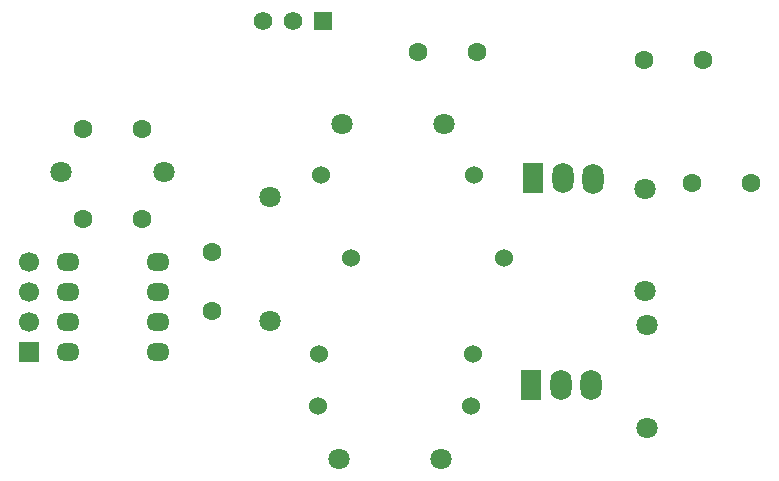
<source format=gbl>
G04 Layer: BottomLayer*
G04 EasyEDA Pro v2.1.64.d1969c9c.217bcf, 2024-10-29 18:51:19*
G04 Gerber Generator version 0.3*
G04 Scale: 100 percent, Rotated: No, Reflected: No*
G04 Dimensions in millimeters*
G04 Leading zeros omitted, absolute positions, 3 integers and 5 decimals*
%FSLAX35Y35*%
%MOMM*%
%ADD10O,1.97X1.524*%
%ADD11C,1.8*%
%ADD12C,1.524*%
%ADD13C,1.6*%
%ADD14R,1.7X1.7*%
%ADD15C,1.7*%
%ADD16O,1.8X2.59999*%
%ADD17R,1.8X2.59999*%
%ADD18C,1.5748*%
%ADD19R,1.5748X1.5748*%
G75*


G04 Pad Start*
G54D10*
G01X1206500Y3390900D03*
G01X1968500Y3390900D03*
G01X1206500Y3136900D03*
G01X1968500Y3136900D03*
G01X1206500Y2882900D03*
G01X1968500Y2882900D03*
G01X1206500Y2628900D03*
G01X1968500Y2628900D03*
G54D11*
G01X2022500Y4152900D03*
G01X1152500Y4152900D03*
G01X3527400Y4559300D03*
G01X4397400Y4559300D03*
G01X3502000Y1727200D03*
G01X4372000Y1727200D03*
G01X6108700Y2860700D03*
G01X6108700Y1990700D03*
G01X6096000Y4016400D03*
G01X6096000Y3146400D03*
G54D12*
G01X3604501Y3429000D03*
G01X4904499Y3429000D03*
G54D11*
G01X2921000Y2891307D03*
G01X2921000Y3941293D03*
G54D12*
G01X4625099Y2171700D03*
G01X3325101Y2171700D03*
G01X4650499Y4127500D03*
G01X3350501Y4127500D03*
G01X4637799Y2616200D03*
G01X3337801Y2616200D03*
G54D13*
G01X1337501Y3759200D03*
G01X1837500Y3759200D03*
G01X1337501Y4521200D03*
G01X1837500Y4521200D03*
G01X6993700Y4064000D03*
G01X6493701Y4064000D03*
G54D14*
G01X876300Y2628900D03*
G54D15*
G01X876300Y2882900D03*
G01X876300Y3136900D03*
G01X876300Y3390900D03*
G54D13*
G01X4669600Y5168900D03*
G01X4169601Y5168900D03*
G01X6087301Y5105400D03*
G01X6587300Y5105400D03*
G54D16*
G01X5397995Y4102100D03*
G01X5651995Y4101109D03*
G54D17*
G01X5143995Y4102100D03*
G54D16*
G01X5384800Y2349995D03*
G01X5638800Y2349005D03*
G54D17*
G01X5130800Y2349995D03*
G54D18*
G01X2857500Y5435600D03*
G01X3111500Y5435600D03*
G54D19*
G01X3365500Y5435600D03*
G54D13*
G01X2425700Y2975801D03*
G01X2425700Y3475800D03*
G04 Pad End*

M02*

</source>
